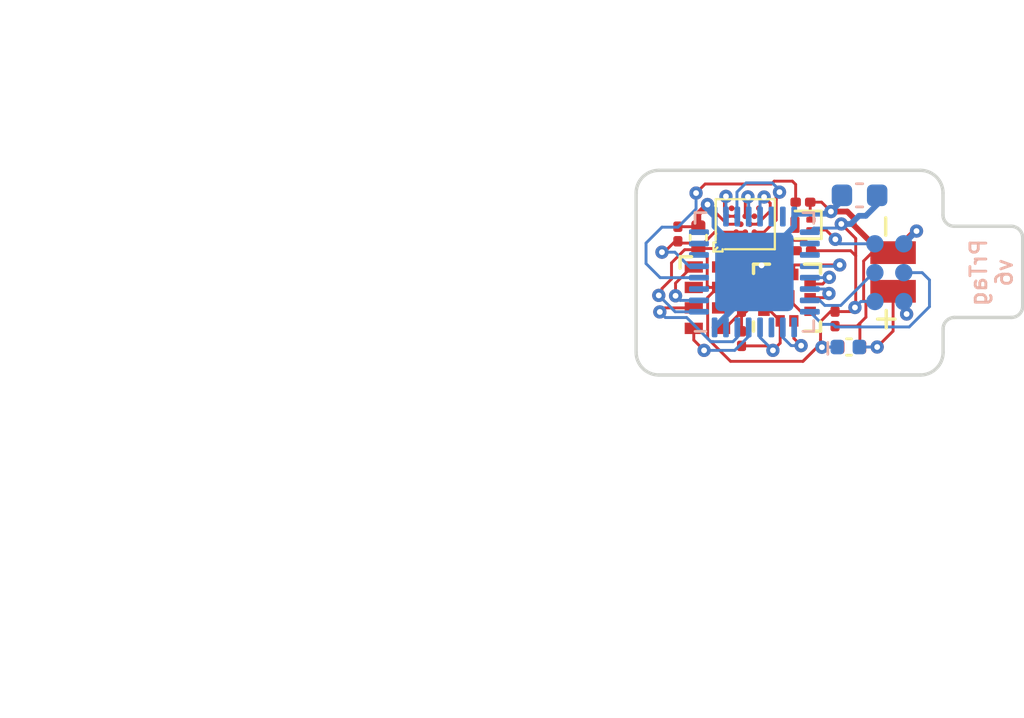
<source format=kicad_pcb>
(kicad_pcb (version 20240108) (generator "pcbnew") (generator_version "8.0")
  (layers (0 "F.Cu" signal) (31 "B.Cu" signal) (34 "B.Paste" user) (35 "F.Paste" user) (36 "B.SilkS" user "B.Silkscreen") (37 "F.SilkS" user "F.Silkscreen") (38 "B.Mask" user) (39 "F.Mask" user) (44 "Edge.Cuts" user))
  (net 0 "")
  (net 1 "GND")
  (net 2 "VBAT")
  (net 3 "SWDIO")
  (net 4 "SWCLK")
  (net 5 "Net-(Q501-C)")
  (net 6 "RST")
  (net 7 "/clkout")
  (net 8 "/SCL")
  (net 9 "/SDA")
  (net 10 "VIN")
  (net 11 "Net-(U501-VBACK)")
  (net 12 "/AT25_MISO")
  (net 13 "/AT25_nCS")
  (net 14 "/AT25_MOSI")
  (net 15 "/AT25_SCK")
  (net 16 "/LPS_CS")
  (net 17 "/LPS_PWR")
  (net 18 "/LPS_MISO")
  (net 19 "/LPS_MOSI")
  (net 20 "/LPS_SCK")
  (footprint "library:taghole1.1mm" (layer "F.Cu") (at 139.931876 111.650589)
    (property "Reference" "J303" (hide yes))
    (property "Value" "Conn_01x01" (hide yes))
    (pad "" np_thru_hole circle (at 0.615 -0.03) (size 1.1 1.1) (drill 1.1) (layers "F&B.Cu" "*.Mask"))
  )
  (footprint "bittag:MS621" (layer "F.Cu") (at 150.596876 108.370589 180)
    (property "Reference" "J401" (hide yes))
    (property "Value" "CONN_01X02" (hide yes))
    (fp_text user "+" (at 0.3 -2 180) (layer "F.SilkS"))
    (fp_text user "-" (at 0.4 2 -90) (layer "F.SilkS"))
    (pad "1" smd rect (at 0 -0.85 180) (size 2 1) (layers "F.Cu" "F.Mask") (net 2 "VBAT"))
    (pad "2" smd rect (at 0 0.85 180) (size 2 1) (layers "F.Cu" "F.Mask") (net 1 "GND"))
  )
  (footprint "Capacitor_SMD:C_0402_1005Metric" (layer "F.Cu") (at 142.031876 106.859589 90)
    (property "Reference" "C404" (hide yes))
    (property "Value" "22uf")
    (fp_line (start -0.107836 -0.36) (end 0.107836 -0.36) (stroke (width 0.12)) (layer "F.SilkS"))
    (fp_line (start -0.107836 0.36) (end 0.107836 0.36) (stroke (width 0.12)) (layer "F.SilkS"))
    (pad "1" smd roundrect (at -0.48 0 90) (size 0.56 0.62) (layers "F.Cu" "F.Paste" "F.Mask") (net 10 "VIN"))
    (pad "2" smd roundrect (at 0.48 0 90) (size 0.56 0.62) (layers "F.Cu" "F.Paste" "F.Mask") (net 1 "GND"))
  )
  (footprint "library:RV-8803-C7" (layer "F.Cu") (at 142.431876 109.500589)
    (property "Reference" "U501" (hide yes))
    (property "Value" "RV-3028-C7" (hide yes))
    (fp_line (start -1.2 -1.8) (end -1.2 -1.3) (stroke (width 0.15)) (layer "F.SilkS"))
    (fp_line (start -0.7 -1.8) (end -1.2 -1.8) (stroke (width 0.15)) (layer "F.SilkS"))
    (pad "1" smd rect (at -0.6 -1.35) (size 0.8 0.5) (layers "F.Cu" "F.Paste" "F.Mask") (net 7 "/clkout"))
    (pad "2" smd rect (at -0.6 -0.45) (size 0.8 0.5) (layers "F.Cu" "F.Paste" "F.Mask"))
    (pad "3" smd rect (at -0.6 0.45) (size 0.8 0.5) (layers "F.Cu" "F.Paste" "F.Mask") (net 8 "/SCL"))
    (pad "4" smd rect (at -0.6 1.35) (size 0.8 0.5) (layers "F.Cu" "F.Paste" "F.Mask") (net 9 "/SDA"))
    (pad "5" smd rect (at 0.6 1.35) (size 0.8 0.5) (layers "F.Cu" "F.Paste" "F.Mask") (net 1 "GND"))
    (pad "6" smd rect (at 0.6 0.45) (size 0.8 0.5) (layers "F.Cu" "F.Paste" "F.Mask") (net 11 "Net-(U501-VBACK)"))
    (pad "7" smd rect (at 0.6 -0.45) (size 0.8 0.5) (layers "F.Cu" "F.Paste" "F.Mask") (net 10 "VIN"))
    (pad "8" smd rect (at 0.6 -1.35) (size 0.8 0.5) (layers "F.Cu" "F.Paste" "F.Mask") (net 1 "GND"))
  )
  (footprint "Resistor_SMD:R_0201_0603Metric" (layer "F.Cu") (at 143.931876 109.800589 -90)
    (property "Reference" "R1" (hide yes))
    (property "Value" "10k")
    (pad "1" smd roundrect (at -0.32 0 270) (size 0.46 0.4) (layers "F.Cu" "F.Mask") (net 11 "Net-(U501-VBACK)"))
    (pad "2" smd roundrect (at 0.32 0 270) (size 0.46 0.4) (layers "F.Cu" "F.Mask") (net 1 "GND"))
  )
  (footprint "Capacitor_SMD:C_0201_0603Metric" (layer "F.Cu") (at 148.044276 110.432589 -90)
    (property "Reference" "C501" (hide yes))
    (property "Value" "0.1uf")
    (pad "1" smd roundrect (at -0.32 0 270) (size 0.46 0.4) (layers "F.Cu" "F.Mask") (net 10 "VIN"))
    (pad "2" smd roundrect (at 0.32 0 270) (size 0.46 0.4) (layers "F.Cu" "F.Mask") (net 1 "GND"))
  )
  (footprint "Capacitor_SMD:C_0201_0603Metric" (layer "F.Cu") (at 143.931876 108.400589 90)
    (property "Reference" "C503" (hide yes))
    (property "Value" "0.1uf")
    (pad "1" smd roundrect (at -0.32 0 90) (size 0.46 0.4) (layers "F.Cu" "F.Mask") (net 10 "VIN"))
    (pad "2" smd roundrect (at 0.32 0 90) (size 0.46 0.4) (layers "F.Cu" "F.Mask") (net 1 "GND"))
  )
  (footprint "library:adesto_wlcsp12" (layer "F.Cu") (at 144.096876 106.270589 90)
    (property "Reference" "U1" (hide yes))
    (property "Value" "at25ff321D-UUN" (hide yes))
    (fp_line (start -0.8 -1.4) (end -1.2 -1.4) (stroke (width 0.1)) (layer "F.SilkS"))
    (fp_line (start -0.8 -1.4) (end -0.8 -1.3) (stroke (width 0.1)) (layer "F.SilkS"))
    (fp_line (start -1.2 -1.4) (end -1.025 -1.225) (stroke (width 0.1)) (layer "F.SilkS"))
    (fp_line (start 1.1 -1.3) (end -0.7 -1.3) (stroke (width 0.1)) (layer "F.SilkS"))
    (fp_line (start -1.2 -1) (end -1.2 -1.4) (stroke (width 0.1)) (layer "F.SilkS"))
    (fp_line (start -1.2 -1) (end -1.1 -1) (stroke (width 0.1)) (layer "F.SilkS"))
    (fp_line (start 1.1 1.3) (end 1.1 -1.3) (stroke (width 0.1)) (layer "F.SilkS"))
    (fp_line (start -1.1 1.3) (end -1.1 -0.9) (stroke (width 0.1)) (layer "F.SilkS"))
    (fp_line (start -1.1 1.3) (end 1.1 1.3) (stroke (width 0.1)) (layer "F.SilkS"))
    (pad "A1" smd circle (at -0.7 -0.6 90) (size 0.25 0.25) (layers "F.Cu" "F.Paste" "F.Mask"))
    (pad "A5" smd circle (at 0.7 -0.6 90) (size 0.25 0.25) (layers "F.Cu" "F.Paste" "F.Mask"))
    (pad "B2" smd circle (at -0.35 -0.4 90) (size 0.25 0.25) (layers "F.Cu" "F.Paste" "F.Mask") (net 10 "VIN"))
    (pad "B4" smd circle (at 0.35 -0.4 90) (size 0.25 0.25) (layers "F.Cu" "F.Paste" "F.Mask") (net 13 "/AT25_nCS"))
    (pad "C3" smd circle (at 0 -0.2 90) (size 0.25 0.25) (layers "F.Cu" "F.Paste" "F.Mask") (net 1 "GND"))
    (pad "D2" smd circle (at -0.35 0 90) (size 0.25 0.25) (layers "F.Cu" "F.Paste" "F.Mask") (net 10 "VIN"))
    (pad "D4" smd circle (at 0.35 0 90) (size 0.25 0.25) (layers "F.Cu" "F.Paste" "F.Mask") (net 12 "/AT25_MISO"))
    (pad "E3" smd circle (at 0 0.2 90) (size 0.25 0.25) (layers "F.Cu" "F.Paste" "F.Mask") (net 14 "/AT25_MOSI"))
    (pad "F2" smd circle (at -0.35 0.4 90) (size 0.25 0.25) (layers "F.Cu" "F.Paste" "F.Mask") (net 15 "/AT25_SCK"))
    (pad "F4" smd circle (at 0.35 0.4 90) (size 0.25 0.25) (layers "F.Cu" "F.Paste" "F.Mask"))
    (pad "G1" smd circle (at -0.7 0.6 90) (size 0.25 0.25) (layers "F.Cu" "F.Paste" "F.Mask"))
    (pad "G5" smd circle (at 0.7 0.6 90) (size 0.25 0.25) (layers "F.Cu" "F.Paste" "F.Mask"))
  )
  (footprint "Capacitor_SMD:C_0201_0603Metric" (layer "F.Cu") (at 146.631876 105.300589)
    (property "Reference" "C502" (hide yes))
    (property "Value" "0.1uf")
    (pad "1" smd roundrect (at -0.32 0) (size 0.46 0.4) (layers "F.Cu" "F.Mask") (net 5 "Net-(Q501-C)"))
    (pad "2" smd roundrect (at 0.32 0) (size 0.46 0.4) (layers "F.Cu" "F.Mask") (net 1 "GND"))
  )
  (footprint "library:taghole1.1mm" (layer "F.Cu") (at 139.931876 105.150589)
    (property "Reference" "J304" (hide yes))
    (property "Value" "Conn_01x01" (hide yes))
    (pad "" np_thru_hole circle (at 0.615 -0.03) (size 1.1 1.1) (drill 1.1) (layers "F&B.Cu" "*.Mask"))
  )
  (footprint "library:taghole1.1mm" (layer "F.Cu") (at 150.901876 111.650589)
    (property "Reference" "J301" (hide yes))
    (property "Value" "Conn_01x01" (hide yes))
    (pad "" np_thru_hole circle (at 0.645 -0.03) (size 1.1 1.1) (drill 1.1) (layers "F&B.Cu" "*.Mask"))
  )
  (footprint "library:taghole1.1mm" (layer "F.Cu") (at 150.901876 105.150589)
    (property "Reference" "J302" (hide yes))
    (property "Value" "Conn_01x01" (hide yes))
    (pad "" np_thru_hole circle (at 0.645 -0.03) (size 1.1 1.1) (drill 1.1) (layers "F&B.Cu" "*.Mask"))
  )
  (footprint "Package_TO_SOT_SMD:SOT-883" (layer "F.Cu") (at 146.631876 106.300589 180)
    (property "Reference" "Q501" (hide yes))
    (property "Value" "Q_NPN_BEC")
    (fp_line (start 0.35 0.61) (end -0.81 0.61) (stroke (width 0.12)) (layer "F.SilkS"))
    (fp_line (start -0.81 0.61) (end -0.81 -0.61) (stroke (width 0.12)) (layer "F.SilkS"))
    (fp_line (start -0.81 -0.61) (end 0.35 -0.61) (stroke (width 0.12)) (layer "F.SilkS"))
    (pad "1" smd roundrect (at -0.35 -0.225 180) (size 0.4 0.25) (layers "F.Cu" "F.Paste" "F.Mask") (roundrect_rratio 0.2) (net 6 "RST"))
    (pad "2" smd roundrect (at -0.35 0.225 180) (size 0.4 0.25) (layers "F.Cu" "F.Paste" "F.Mask") (roundrect_rratio 0.2) (net 1 "GND"))
    (pad "3" smd roundrect (at 0.35 0 180) (size 0.4 0.7) (layers "F.Cu" "F.Paste" "F.Mask") (roundrect_rratio 0.125) (net 5 "Net-(Q501-C)"))
  )
  (footprint "Capacitor_SMD:C_0201_0603Metric" (layer "F.Cu") (at 143.931876 111.300589 90)
    (property "Reference" "C1" (hide yes))
    (property "Value" "0.1uf")
    (pad "1" smd roundrect (at -0.32 0 90) (size 0.46 0.4) (layers "F.Cu" "F.Mask") (net 17 "/LPS_PWR"))
    (pad "2" smd roundrect (at 0.32 0 90) (size 0.46 0.4) (layers "F.Cu" "F.Mask") (net 1 "GND"))
  )
  (footprint "lib_fp:LPS27HHWTR" (layer "F.Cu") (at 145.931876 109.500589 90)
    (property "Reference" "U2" (hide yes))
    (property "Value" "LPS27HHWTR" (hide yes))
    (fp_line (start 1.4732 -1.4732) (end 1.066686 -1.4732) (stroke (width 0.1524)) (layer "F.SilkS"))
    (fp_line (start -1.066686 -1.4732) (end -1.4732 -1.4732) (stroke (width 0.1524)) (layer "F.SilkS"))
    (fp_line (start 1.4732 -0.770467) (end 1.4732 -1.4732) (stroke (width 0.1524)) (layer "F.SilkS"))
    (fp_line (start -1.4732 0.770467) (end -1.4732 1.4732) (stroke (width 0.1524)) (layer "F.SilkS"))
    (fp_line (start 1.4732 1.4732) (end 1.4732 0.770467) (stroke (width 0.1524)) (layer "F.SilkS"))
    (fp_line (start 1.066686 1.4732) (end 1.4732 1.4732) (stroke (width 0.1524)) (layer "F.SilkS"))
    (fp_line (start -1.4732 1.4732) (end -1.066686 1.4732) (stroke (width 0.1524)) (layer "F.SilkS"))
    (pad "1" smd rect (at -1.020999 -0.299999 180) (size 0.4064 0.508) (layers "F.Cu" "F.Paste" "F.Mask") (net 17 "/LPS_PWR"))
    (pad "2" smd rect (at -1.020999 0.299999 180) (size 0.4064 0.508) (layers "F.Cu" "F.Paste" "F.Mask") (net 20 "/LPS_SCK"))
    (pad "3" smd rect (at -0.599999 1.016 90) (size 0.4064 0.508) (layers "F.Cu" "F.Paste" "F.Mask") (net 1 "GND"))
    (pad "4" smd rect (at 0 1.016 90) (size 0.4064 0.508) (layers "F.Cu" "F.Paste" "F.Mask") (net 19 "/LPS_MOSI"))
    (pad "5" smd rect (at 0.599999 1.016 90) (size 0.4064 0.508) (layers "F.Cu" "F.Paste" "F.Mask") (net 18 "/LPS_MISO"))
    (pad "6" smd rect (at 1.020999 0.299999 180) (size 0.4064 0.508) (layers "F.Cu" "F.Paste" "F.Mask") (net 16 "/LPS_CS"))
    (pad "7" smd rect (at 1.020999 -0.299999 180) (size 0.4064 0.508) (layers "F.Cu" "F.Paste" "F.Mask"))
    (pad "8" smd rect (at 0.599999 -1.016 90) (size 0.4064 0.508) (layers "F.Cu" "F.Paste" "F.Mask") (net 1 "GND"))
    (pad "9" smd rect (at 0 -1.016 90) (size 0.4064 0.508) (layers "F.Cu" "F.Paste" "F.Mask") (net 1 "GND"))
    (pad "10" smd rect (at -0.599999 -1.016 90) (size 0.4064 0.508) (layers "F.Cu" "F.Paste" "F.Mask") (net 17 "/LPS_PWR"))
    (pad "11" smd rect (at 0 0 90) (size 0.6604 0.6604) (layers "F.Cu" "F.Paste" "F.Mask") (net 1 "GND"))
  )
  (footprint "Capacitor_SMD:C_0201_0603Metric" (layer "F.Cu") (at 141.131876 106.700589 90)
    (property "Reference" "C2" (hide yes))
    (property "Value" "0.1uf")
    (pad "1" smd roundrect (at -0.32 0 90) (size 0.46 0.4) (layers "F.Cu" "F.Mask") (net 10 "VIN"))
    (pad "2" smd roundrect (at 0.32 0 90) (size 0.46 0.4) (layers "F.Cu" "F.Mask") (net 1 "GND"))
  )
  (footprint "Capacitor_SMD:C_0201_0603Metric" (layer "F.Cu") (at 146.672676 107.435389 180)
    (property "Reference" "C101" (hide yes))
    (property "Value" "1uf")
    (pad "1" smd roundrect (at -0.32 0 180) (size 0.46 0.4) (layers "F.Cu" "F.Mask") (net 10 "VIN"))
    (pad "2" smd roundrect (at 0.32 0 180) (size 0.46 0.4) (layers "F.Cu" "F.Mask") (net 1 "GND"))
  )
  (footprint "Capacitor_SMD:C_0402_1005Metric" (layer "F.Cu") (at 148.656876 111.670589)
    (property "Reference" "C3" (hide yes))
    (property "Value" "22uf")
    (fp_line (start -0.107836 -0.36) (end 0.107836 -0.36) (stroke (width 0.12)) (layer "F.SilkS"))
    (fp_line (start -0.107836 0.36) (end 0.107836 0.36) (stroke (width 0.12)) (layer "F.SilkS"))
    (pad "1" smd roundrect (at -0.48 0) (size 0.56 0.62) (layers "F.Cu" "F.Paste" "F.Mask") (net 10 "VIN"))
    (pad "2" smd roundrect (at 0.48 0) (size 0.56 0.62) (layers "F.Cu" "F.Paste" "F.Mask") (net 1 "GND"))
  )
  (footprint "bittag:tagpoints6" (layer "B.Cu") (at 150.431876 108.400589 90)
    (property "Reference" "J201" (hide yes))
    (property "Value" "CONN_02X04" (hide yes))
    (pad "1" smd circle (at -1.27 -0.635 90) (size 0.762 0.762) (layers "B.Cu" "B.Mask") (net 10 "VIN"))
    (pad "2" smd circle (at -1.27 0.635 90) (size 0.762 0.762) (layers "B.Cu" "B.Mask") (net 2 "VBAT"))
    (pad "3" smd circle (at 0 -0.635 90) (size 0.762 0.762) (layers "B.Cu" "B.Mask") (net 3 "SWDIO"))
    (pad "4" smd circle (at 0 0.635 90) (size 0.762 0.762) (layers "B.Cu" "B.Mask") (net 4 "SWCLK"))
    (pad "5" smd circle (at 1.27 -0.635 90) (size 0.762 0.762) (layers "B.Cu" "B.Mask") (net 6 "RST"))
    (pad "6" smd circle (at 1.27 0.635 90) (size 0.762 0.762) (layers "B.Cu" "B.Mask") (net 1 "GND"))
  )
  (footprint "Diode_SMD:D_0402_1005Metric" (layer "B.Cu") (at 148.626876 111.670589)
    (property "Reference" "D401" (hide yes))
    (property "Value" "D")
    (fp_line (start -0.9 0.32) (end -0.9 -0.2) (stroke (width 0.12)) (layer "B.SilkS"))
    (pad "1" smd roundrect (at -0.485 0) (size 0.59 0.64) (layers "B.Cu" "B.Paste" "B.Mask") (net 10 "VIN"))
    (pad "2" smd roundrect (at 0.485 0) (size 0.59 0.64) (layers "B.Cu" "B.Paste" "B.Mask") (net 2 "VBAT"))
  )
  (footprint "Package_DFN_QFN:QFN-32-1EP_5x5mm_P0.5mm_EP3.45x3.45mm" (layer "B.Cu") (at 144.496876 108.370589)
    (property "Reference" "U302" (hide yes))
    (property "Value" "stm32l431kc")
    (fp_line (start -2.61 -2.61) (end -2.61 -2.135) (stroke (width 0.12)) (layer "B.SilkS"))
    (fp_line (start -2.135 -2.61) (end -2.61 -2.61) (stroke (width 0.12)) (layer "B.SilkS"))
    (fp_line (start -2.135 2.61) (end -2.61 2.61) (stroke (width 0.12)) (layer "B.SilkS"))
    (fp_line (start 2.135 -2.61) (end 2.61 -2.61) (stroke (width 0.12)) (layer "B.SilkS"))
    (fp_line (start 2.135 2.61) (end 2.61 2.61) (stroke (width 0.12)) (layer "B.SilkS"))
    (fp_line (start 2.61 -2.61) (end 2.61 -2.135) (stroke (width 0.12)) (layer "B.SilkS"))
    (fp_line (start 2.61 2.61) (end 2.61 2.135) (stroke (width 0.12)) (layer "B.SilkS"))
    (pad "1" smd roundrect (at -2.4375 1.75) (size 0.875 0.25) (layers "B.Cu" "B.Paste" "B.Mask") (net 10 "VIN"))
    (pad "2" smd roundrect (at -2.4375 1.25) (size 0.875 0.25) (layers "B.Cu" "B.Paste" "B.Mask") (net 7 "/clkout"))
    (pad "3" smd roundrect (at -2.4375 0.75) (size 0.875 0.25) (layers "B.Cu" "B.Paste" "B.Mask"))
    (pad "4" smd roundrect (at -2.4375 0.25) (size 0.875 0.25) (layers "B.Cu" "B.Paste" "B.Mask") (net 5 "Net-(Q501-C)"))
    (pad "5" smd roundrect (at -2.4375 -0.25) (size 0.875 0.25) (layers "B.Cu" "B.Paste" "B.Mask") (net 10 "VIN"))
    (pad "6" smd roundrect (at -2.4375 -0.75) (size 0.875 0.25) (layers "B.Cu" "B.Paste" "B.Mask"))
    (pad "7" smd roundrect (at -2.4375 -1.25) (size 0.875 0.25) (layers "B.Cu" "B.Paste" "B.Mask"))
    (pad "8" smd roundrect (at -2.4375 -1.75) (size 0.875 0.25) (layers "B.Cu" "B.Paste" "B.Mask"))
    (pad "9" smd roundrect (at -1.75 -2.4375) (size 0.25 0.875) (layers "B.Cu" "B.Paste" "B.Mask") (net 1 "GND"))
    (pad "10" smd roundrect (at -1.25 -2.4375) (size 0.25 0.875) (layers "B.Cu" "B.Paste" "B.Mask") (net 13 "/AT25_nCS"))
    (pad "11" smd roundrect (at -0.75 -2.4375) (size 0.25 0.875) (layers "B.Cu" "B.Paste" "B.Mask") (net 15 "/AT25_SCK"))
    (pad "12" smd roundrect (at -0.25 -2.4375) (size 0.25 0.875) (layers "B.Cu" "B.Paste" "B.Mask") (net 12 "/AT25_MISO"))
    (pad "13" smd roundrect (at 0.25 -2.4375) (size 0.25 0.875) (layers "B.Cu" "B.Paste" "B.Mask") (net 14 "/AT25_MOSI"))
    (pad "14" smd roundrect (at 0.75 -2.4375) (size 0.25 0.875) (layers "B.Cu" "B.Paste" "B.Mask"))
    (pad "15" smd roundrect (at 1.25 -2.4375) (size 0.25 0.875) (layers "B.Cu" "B.Paste" "B.Mask"))
    (pad "16" smd roundrect (at 1.75 -2.4375) (size 0.25 0.875) (layers "B.Cu" "B.Paste" "B.Mask") (net 1 "GND"))
    (pad "17" smd roundrect (at 2.4375 -1.75) (size 0.875 0.25) (layers "B.Cu" "B.Paste" "B.Mask") (net 10 "VIN"))
    (pad "18" smd roundrect (at 2.4375 -1.25) (size 0.875 0.25) (layers "B.Cu" "B.Paste" "B.Mask"))
    (pad "19" smd roundrect (at 2.4375 -0.75) (size 0.875 0.25) (layers "B.Cu" "B.Paste" "B.Mask"))
    (pad "20" smd roundrect (at 2.4375 -0.25) (size 0.875 0.25) (layers "B.Cu" "B.Paste" "B.Mask") (net 16 "/LPS_CS"))
    (pad "21" smd roundrect (at 2.4375 0.25) (size 0.875 0.25) (layers "B.Cu" "B.Paste" "B.Mask") (net 18 "/LPS_MISO"))
    (pad "22" smd roundrect (at 2.4375 0.75) (size 0.875 0.25) (layers "B.Cu" "B.Paste" "B.Mask") (net 19 "/LPS_MOSI"))
    (pad "23" smd roundrect (at 2.4375 1.25) (size 0.875 0.25) (layers "B.Cu" "B.Paste" "B.Mask") (net 3 "SWDIO"))
    (pad "24" smd roundrect (at 2.4375 1.75) (size 0.875 0.25) (layers "B.Cu" "B.Paste" "B.Mask") (net 4 "SWCLK"))
    (pad "25" smd roundrect (at 1.75 2.4375) (size 0.25 0.875) (layers "B.Cu" "B.Paste" "B.Mask"))
    (pad "26" smd roundrect (at 1.25 2.4375) (size 0.25 0.875) (layers "B.Cu" "B.Paste" "B.Mask") (net 20 "/LPS_SCK"))
    (pad "27" smd roundrect (at 0.75 2.4375) (size 0.25 0.875) (layers "B.Cu" "B.Paste" "B.Mask"))
    (pad "28" smd roundrect (at 0.25 2.4375) (size 0.25 0.875) (layers "B.Cu" "B.Paste" "B.Mask") (net 17 "/LPS_PWR"))
    (pad "29" smd roundrect (at -0.25 2.4375) (size 0.25 0.875) (layers "B.Cu" "B.Paste" "B.Mask") (net 9 "/SDA"))
    (pad "30" smd roundrect (at -0.75 2.4375) (size 0.25 0.875) (layers "B.Cu" "B.Paste" "B.Mask") (net 8 "/SCL"))
    (pad "31" smd roundrect (at -1.25 2.4375) (size 0.25 0.875) (layers "B.Cu" "B.Paste" "B.Mask") (net 1 "GND"))
    (pad "32" smd roundrect (at -1.75 2.4375) (size 0.25 0.875) (layers "B.Cu" "B.Paste" "B.Mask") (net 1 "GND"))
    (pad "33" smd roundrect (at 0 0) (size 3.45 3.45) (layers "B.Cu" "B.Mask") (roundrect_rratio 0.07246376812) (net 1 "GND"))
  )
  (footprint "Capacitor_SMD:C_0603_1608Metric" (layer "B.Cu") (at 149.121876 105.000589 180)
    (property "Reference" "C4" (hide yes))
    (property "Value" "47uf")
    (fp_line (start 0.14058 0.51) (end -0.14058 0.51) (stroke (width 0.12)) (layer "B.SilkS"))
    (fp_line (start 0.14058 -0.51) (end -0.14058 -0.51) (stroke (width 0.12)) (layer "B.SilkS"))
    (pad "1" smd roundrect (at -0.775 0 180) (size 0.9 0.95) (layers "B.Cu" "B.Paste" "B.Mask") (net 10 "VIN"))
    (pad "2" smd roundrect (at 0.775 0 180) (size 0.9 0.95) (layers "B.Cu" "B.Paste" "B.Mask") (net 1 "GND"))
  )
  (gr_line (start 139.296876 111.900589) (end 139.296876 104.900589) (stroke (width 0.15)) (layer "Edge.Cuts"))
  (gr_line (start 152.791876 104.900589) (end 152.791876 105.870589) (stroke (width 0.15)) (layer "Edge.Cuts"))
  (gr_line (start 156.296876 106.870589) (end 156.296876 109.870589) (stroke (width 0.15)) (layer "Edge.Cuts"))
  (gr_line (start 152.796876 111.900589) (end 152.796876 110.870589) (stroke (width 0.15)) (layer "Edge.Cuts"))
  (gr_arc (start 140.296876 112.900589) (mid 139.589769 112.607696) (end 139.296876 111.900589) (stroke (width 0.15)) (layer "Edge.Cuts"))
  (gr_arc (start 151.791876 103.900589) (mid 152.498983 104.193482) (end 152.791876 104.900589) (stroke (width 0.15)) (layer "Edge.Cuts"))
  (gr_line (start 140.296876 103.900589) (end 151.791876 103.900589) (stroke (width 0.15)) (layer "Edge.Cuts"))
  (gr_arc (start 156.296876 109.870589) (mid 156.150429 110.224142) (end 155.796876 110.370589) (stroke (width 0.15)) (layer "Edge.Cuts"))
  (gr_arc (start 152.796876 111.900589) (mid 152.503983 112.607696) (end 151.796876 112.900589) (stroke (width 0.15)) (layer "Edge.Cuts"))
  (gr_arc (start 153.291876 106.360589) (mid 152.940394 106.219142) (end 152.791876 105.870589) (stroke (width 0.15)) (layer "Edge.Cuts"))
  (gr_line (start 151.796876 112.900589) (end 140.296876 112.900589) (stroke (width 0.15)) (layer "Edge.Cuts"))
  (gr_arc (start 155.791876 106.360589) (mid 156.15 106.511) (end 156.296876 106.870589) (stroke (width 0.15)) (layer "Edge.Cuts"))
  (gr_line (start 153.291876 106.360589) (end 155.791876 106.360589) (stroke (width 0.15)) (layer "Edge.Cuts"))
  (gr_arc (start 152.796876 110.870589) (mid 152.943323 110.517036) (end 153.296876 110.370589) (stroke (width 0.15)) (layer "Edge.Cuts"))
  (gr_line (start 153.296876 110.370589) (end 155.796876 110.370589) (stroke (width 0.15)) (layer "Edge.Cuts"))
  (gr_arc (start 139.296876 104.900589) (mid 139.589769 104.193482) (end 140.296876 103.900589) (stroke (width 0.15)) (layer "Edge.Cuts"))
  (gr_text "PrTag\nv6" (at 154.921876 108.400589 90) (layer "B.SilkS") (effects (font (size 0.7 0.7) (thickness 0.125)) (justify mirror)))
  (segment (start 147.450616 105.300589) (end 147.863213 105.713186) (width 0.127) (layer "F.Cu") (net 1))
  (segment (start 150.796876 107.520589) (end 150.212876 107.520589) (width 0.254) (layer "F.Cu") (net 1))
  (segment (start 146.951876 105.300589) (end 146.951876 106.045589) (width 0.127) (layer "F.Cu") (net 1))
  (segment (start 149.123876 110.637589) (end 149.401867 110.359598) (width 0.127) (layer "F.Cu") (net 1))
  (segment (start 143.301876 106.270589) (end 142.726878 105.695591) (width 0.127) (layer "F.Cu") (net 1))
  (segment (start 143.931876 108.080589) (end 144.811876 108.080589) (width 0.127) (layer "F.Cu") (net 1))
  (segment (start 146.951876 105.300589) (end 147.450616 105.300589) (width 0.127) (layer "F.Cu") (net 1))
  (segment (start 146.531875 110.100588) (end 145.931876 109.500589) (width 0.127) (layer "F.Cu") (net 1))
  (segment (start 148.580305 105.713186) (end 147.863213 105.713186) (width 0.254) (layer "F.Cu") (net 1))
  (segment (start 149.136876 110.650589) (end 149.123876 110.637589) (width 0.127) (layer "F.Cu") (net 1))
  (segment (start 150.746876 107.370589) (end 150.596876 107.520589) (width 0.254) (layer "F.Cu") (net 1))
  (segment (start 149.401867 110.359598) (end 149.401867 109.70103) (width 0.127) (layer "F.Cu") (net 1))
  (segment (start 146.947876 110.100588) (end 146.531875 110.100588) (width 0.127) (layer "F.Cu") (net 1))
  (segment (start 144.915876 109.500589) (end 144.751876 109.500589) (width 0.127) (layer "F.Cu") (net 1))
  (segment (start 149.136876 111.670589) (end 149.136876 110.650589) (width 0.127) (layer "F.Cu") (net 1))
  (segment (start 144.915876 108.90059) (end 144.915876 109.500589) (width 0.127) (layer "F.Cu") (net 1))
  (segment (start 144.915876 109.500589) (end 145.931876 109.500589) (width 0.127) (layer "F.Cu") (net 1))
  (segment (start 149.301876 109.601039) (end 149.301876 107.888589) (width 0.127) (layer "F.Cu") (net 1))
  (segment (start 141.131876 106.380589) (end 142.030876 106.380589) (width 0.127) (layer "F.Cu") (net 1))
  (segment (start 143.896876 106.270589) (end 143.701876 106.270589) (width 0.13) (layer "F.Cu") (net 1))
  (segment (start 149.401867 109.70103) (end 149.301876 109.601039) (width 0.127) (layer "F.Cu") (net 1))
  (segment (start 151.546876 106.570589) (end 150.596876 107.520589) (width 0.254) (layer "F.Cu") (net 1))
  (segment (start 148.864579 106.307291) (end 148.864579 105.99746) (width 0.254) (layer "F.Cu") (net 1))
  (segment (start 149.008876 110.752589) (end 149.123876 110.637589) (width 0.127) (layer "F.Cu") (net 1))
  (segment (start 143.201876 110.850589) (end 143.031876 110.850589) (width 0.127) (layer "F.Cu") (net 1))
  (segment (start 142.031876 105.806395) (end 142.434779 105.403492) (width 0.254) (layer "F.Cu") (net 1))
  (segment (start 144.131876 110.120589) (end 143.931876 110.120589) (width 0.127) (layer "F.Cu") (net 1))
  (segment (start 142.726878 105.695591) (end 142.434779 105.403492) (width 0.127) (layer "F.Cu") (net 1))
  (segment (start 151.626876 106.570589) (end 151.546876 106.570589) (width 0.254) (layer "F.Cu") (net 1))
  (segment (start 144.811876 108.080589) (end 144.811876 108.79659) (width 0.127) (layer "F.Cu") (net 1))
  (segment (start 144.751876 109.500589) (end 144.131876 110.120589) (width 0.127) (layer "F.Cu") (net 1))
  (segment (start 143.031876 108.150589) (end 143.901876 108.150589) (width 0.127) (layer "F.Cu") (net 1))
  (segment (start 144.811876 108.080589) (end 145.224967 108.080589) (width 0.127) (layer "F.Cu") (net 1))
  (segment (start 148.864579 105.99746) (end 148.580305 105.713186) (width 0.254) (layer "F.Cu") (net 1))
  (segment (start 143.031876 110.850589) (end 143.16103 110.850589) (width 0.127) (layer "F.Cu") (net 1))
  (segment (start 150.077877 107.520589) (end 148.864579 106.307291) (width 0.254) (layer "F.Cu") (net 1))
  (segment (start 146.951876 106.045589) (end 146.981876 106.075589) (width 0.127) (layer "F.Cu") (net 1))
  (segment (start 149.669876 107.520589) (end 150.796876 107.520589) (width 0.127) (layer "F.Cu") (net 1))
  (segment (start 145.224967 108.080589) (end 145.870167 107.435389) (width 0.127) (layer "F.Cu") (net 1))
  (segment (start 142.031876 106.379589) (end 142.031876 105.806395) (width 0.254) (layer "F.Cu") (net 1))
  (segment (start 143.701876 106.270589) (end 143.301876 106.270589) (width 0.127) (layer "F.Cu") (net 1))
  (segment (start 148.044276 110.752589) (end 149.008876 110.752589) (width 0.127) (layer "F.Cu") (net 1))
  (segment (start 142.030876 106.380589) (end 142.031876 106.379589) (width 0.127) (layer "F.Cu") (net 1))
  (segment (start 150.796876 107.520589) (end 150.077877 107.520589) (width 0.254) (layer "F.Cu") (net 1))
  (segment (start 143.031876 108.150589) (end 143.861876 108.150589) (width 0.127) (layer "F.Cu") (net 1))
  (segment (start 143.931876 110.120589) (end 143.201876 110.850589) (width 0.127) (layer "F.Cu") (net 1))
  (segment (start 149.301876 107.888589) (end 149.669876 107.520589) (width 0.127) (layer "F.Cu") (net 1))
  (segment (start 144.811876 108.79659) (end 144.915876 108.90059) (width 0.127) (layer "F.Cu") (net 1))
  (segment (start 145.870167 107.435389) (end 146.352676 107.435389) (width 0.127) (layer "F.Cu") (net 1))
  (segment (start 149.912876 107.520589) (end 150.796876 107.520589) (width 0.127) (layer "F.Cu") (net 1))
  (segment (start 143.931876 110.980589) (end 143.931876 110.120589) (width 0.127) (layer "F.Cu") (net 1))
  (via (at 151.626876 106.570589) (size 0.5842) (drill 0.254) (layers "F.Cu" "B.Cu") (net 1))
  (via (at 142.434779 105.403492) (size 0.5842) (drill 0.254) (layers "F.Cu" "B.Cu") (net 1))
  (via (at 144.811876 108.080589) (size 0.5842) (drill 0.254) (layers "F.Cu" "B.Cu") (net 1))
  (via (at 147.863213 105.713186) (size 0.5842) (drill 0.254) (layers "F.Cu" "B.Cu") (net 1))
  (segment (start 144.746876 108.120589) (end 144.496876 108.370589) (width 0.13) (layer "B.Cu") (net 1))
  (segment (start 143.246876 107.120589) (end 144.496876 108.370589) (width 0.127) (layer "B.Cu") (net 1))
  (segment (start 146.246876 105.933089) (end 146.371876 105.808089) (width 0.254) (layer "B.Cu") (net 1))
  (segment (start 146.371876 105.808089) (end 147.91133 105.808089) (width 0.254) (layer "B.Cu") (net 1))
  (segment (start 145.246876 107.620589) (end 144.496876 108.370589) (width 0.127) (layer "B.Cu") (net 1))
  (segment (start 142.746876 105.933089) (end 142.434779 105.620992) (width 0.254) (layer "B.Cu") (net 1))
  (segment (start 142.434779 105.620992) (end 142.434779 105.403492) (width 0.254) (layer "B.Cu") (net 1))
  (segment (start 142.746876 106.370589) (end 144.496876 108.120589) (width 0.254) (layer "B.Cu") (net 1))
  (segment (start 143.246876 109.620589) (end 144.496876 108.370589) (width 0.13) (layer "B.Cu") (net 1))
  (segment (start 146.246876 105.933089) (end 146.246876 106.370589) (width 0.254) (layer "B.Cu") (net 1))
  (segment (start 147.948279 105.713186) (end 147.863213 105.713186) (width 0.254) (layer "B.Cu") (net 1))
  (segment (start 146.246876 106.370589) (end 144.496876 108.120589) (width 0.254) (layer "B.Cu") (net 1))
  (segment (start 148.346876 105.000589) (end 148.346876 105.229523) (width 0.254) (layer "B.Cu") (net 1))
  (segment (start 148.346876 105.229523) (end 147.863213 105.713186) (width 0.254) (layer "B.Cu") (net 1))
  (segment (start 144.796876 108.370589) (end 144.896876 108.270589) (width 0.127) (layer "B.Cu") (net 1))
  (segment (start 144.496876 108.370589) (end 144.796876 108.370589) (width 0.127) (layer "B.Cu") (net 1))
  (segment (start 143.746876 107.620589) (end 144.496876 108.370589) (width 0.127) (layer "B.Cu") (net 1))
  (segment (start 142.746876 105.933089) (end 142.746876 106.370589) (width 0.254) (layer "B.Cu") (net 1))
  (segment (start 143.246876 110.808089) (end 143.246876 109.620589) (width 0.13) (layer "B.Cu") (net 1))
  (segment (start 151.066876 107.130589) (end 151.626876 106.570589) (width 0.254) (layer "B.Cu") (net 1))
  (segment (start 142.746876 110.808089) (end 144.496876 109.058089) (width 0.254) (layer "B.Cu") (net 1))
  (segment (start 150.596876 110.970589) (end 150.596876 109.220589) (width 0.127) (layer "F.Cu") (net 2))
  (segment (start 150.646876 109.270589) (end 150.596876 109.220589) (width 0.254) (layer "F.Cu") (net 2))
  (segment (start 150.796876 109.220589) (end 150.611876 109.220589) (width 0.254) (layer "F.Cu") (net 2))
  (segment (start 151.191876 110.220589) (end 151.191876 109.615589) (width 0.127) (layer "F.Cu") (net 2))
  (segment (start 149.896876 111.670589) (end 150.596876 110.970589) (width 0.127) (layer "F.Cu") (net 2))
  (segment (start 151.191876 109.615589) (end 150.796876 109.220589) (width 0.127) (layer "F.Cu") (net 2))
  (via (at 149.896876 111.670589) (size 0.5842) (drill 0.254) (layers "F.Cu" "B.Cu") (net 2))
  (via (at 151.191876 110.220589) (size 0.5842) (drill 0.254) (layers "F.Cu" "B.Cu") (net 2))
  (segment (start 149.111876 111.670589) (end 149.896876 111.670589) (width 0.127) (layer "B.Cu") (net 2))
  (segment (start 151.066876 109.670589) (end 151.066876 110.095589) (width 0.127) (layer "B.Cu") (net 2))
  (segment (start 151.066876 110.095589) (end 151.191876 110.220589) (width 0.127) (layer "B.Cu") (net 2))
  (segment (start 147.593477 109.84219) (end 147.371876 109.620589) (width 0.127) (layer "B.Cu") (net 3))
  (segment (start 147.371876 109.620589) (end 146.934376 109.620589) (width 0.127) (layer "B.Cu") (net 3))
  (segment (start 149.737856 108.400589) (end 148.296255 109.84219) (width 0.127) (layer "B.Cu") (net 3))
  (segment (start 149.796876 108.400589) (end 149.737856 108.400589) (width 0.127) (layer "B.Cu") (net 3))
  (segment (start 148.296255 109.84219) (end 147.593477 109.84219) (width 0.127) (layer "B.Cu") (net 3))
  (segment (start 151.876876 108.400589) (end 152.196876 108.720589) (width 0.127) (layer "B.Cu") (net 4))
  (segment (start 151.066876 108.400589) (end 151.876876 108.400589) (width 0.127) (layer "B.Cu") (net 4))
  (segment (start 147.951668 110.674339) (end 147.488126 110.674339) (width 0.127) (layer "B.Cu") (net 4))
  (segment (start 151.307397 110.787568) (end 148.064897 110.787568) (width 0.127) (layer "B.Cu") (net 4))
  (segment (start 152.196876 108.720589) (end 152.196876 109.898089) (width 0.127) (layer "B.Cu") (net 4))
  (segment (start 147.488126 110.674339) (end 146.934376 110.120589) (width 0.127) (layer "B.Cu") (net 4))
  (segment (start 152.196876 109.898089) (end 151.307397 110.787568) (width 0.127) (layer "B.Cu") (net 4))
  (segment (start 148.064897 110.787568) (end 147.951668 110.674339) (width 0.127) (layer "B.Cu") (net 4))
  (segment (start 146.311876 105.300589) (end 146.311876 106.270589) (width 0.127) (layer "F.Cu") (net 5))
  (segment (start 146.311876 105.300589) (end 146.311876 104.520589) (width 0.127) (layer "F.Cu") (net 5))
  (segment (start 146.311876 106.270589) (end 146.281876 106.300589) (width 0.127) (layer "F.Cu") (net 5))
  (segment (start 142.331876 104.500589) (end 141.931876 104.900589) (width 0.127) (layer "F.Cu") (net 5))
  (segment (start 145.370227 104.376988) (end 145.246626 104.500589) (width 0.127) (layer "F.Cu") (net 5))
  (segment (start 146.168275 104.376988) (end 145.370227 104.376988) (width 0.127) (layer "F.Cu") (net 5))
  (segment (start 146.311876 104.520589) (end 146.168275 104.376988) (width 0.127) (layer "F.Cu") (net 5))
  (segment (start 145.246626 104.500589) (end 142.331876 104.500589) (width 0.127) (layer "F.Cu") (net 5))
  (via (at 141.931876 104.900589) (size 0.5842) (drill 0.254) (layers "F.Cu" "B.Cu") (net 5))
  (segment (start 140.351876 108.620589) (end 139.731876 108.000589) (width 0.127) (layer "B.Cu") (net 5))
  (segment (start 142.059376 108.620589) (end 140.351876 108.620589) (width 0.127) (layer "B.Cu") (net 5))
  (segment (start 139.731876 108.000589) (end 139.731876 107.100589) (width 0.127) (layer "B.Cu") (net 5))
  (segment (start 141.931876 105.600589) (end 141.931876 104.900589) (width 0.127) (layer "B.Cu") (net 5))
  (segment (start 141.131876 106.400589) (end 141.931876 105.600589) (width 0.127) (layer "B.Cu") (net 5))
  (segment (start 140.431876 106.400589) (end 141.131876 106.400589) (width 0.127) (layer "B.Cu") (net 5))
  (segment (start 139.731876 107.100589) (end 140.431876 106.400589) (width 0.127) (layer "B.Cu") (net 5))
  (segment (start 147.648074 106.525589) (end 148.056953 106.934468) (width 0.127) (layer "F.Cu") (net 6))
  (segment (start 146.981876 106.525589) (end 147.648074 106.525589) (width 0.127) (layer "F.Cu") (net 6))
  (via (at 148.056953 106.934468) (size 0.5842) (drill 0.254) (layers "F.Cu" "B.Cu") (net 6))
  (segment (start 149.796876 107.130589) (end 148.253074 107.130589) (width 0.127) (layer "B.Cu") (net 6))
  (segment (start 148.253074 107.130589) (end 148.056953 106.934468) (width 0.127) (layer "B.Cu") (net 6))
  (segment (start 141.029542 108.862147) (end 141.029542 109.417989) (width 0.127) (layer "F.Cu") (net 7))
  (segment (start 141.831876 108.150589) (end 141.7411 108.150589) (width 0.127) (layer "F.Cu") (net 7))
  (segment (start 141.7411 108.150589) (end 141.029542 108.862147) (width 0.127) (layer "F.Cu") (net 7))
  (via (at 141.029542 109.417989) (size 0.5842) (drill 0.254) (layers "F.Cu" "B.Cu") (net 7))
  (segment (start 141.232142 109.620589) (end 141.029542 109.417989) (width 0.127) (layer "B.Cu") (net 7))
  (segment (start 142.059376 109.620589) (end 141.232142 109.620589) (width 0.127) (layer "B.Cu") (net 7))
  (segment (start 141.831876 109.950589) (end 140.441876 109.950589) (width 0.127) (layer "F.Cu") (net 8))
  (segment (start 140.441876 109.950589) (end 140.337948 110.054517) (width 0.127) (layer "F.Cu") (net 8))
  (segment (start 140.337948 110.054517) (end 140.337948 110.128454) (width 0.127) (layer "F.Cu") (net 8))
  (via (at 140.337948 110.128454) (size 0.5842) (drill 0.254) (layers "F.Cu" "B.Cu") (net 8))
  (segment (start 141.51808 110.374589) (end 142.57959 111.436099) (width 0.127) (layer "B.Cu") (net 8))
  (segment (start 142.677386 111.436099) (end 142.57959 111.436099) (width 0.127) (layer "B.Cu") (net 8))
  (segment (start 140.584083 110.374589) (end 140.337948 110.128454) (width 0.127) (layer "B.Cu") (net 8))
  (segment (start 142.677386 111.436099) (end 142.579574 111.436099) (width 0.127) (layer "B.Cu") (net 8))
  (segment (start 143.556366 111.436099) (end 142.677386 111.436099) (width 0.127) (layer "B.Cu") (net 8))
  (segment (start 143.746876 111.245589) (end 143.556366 111.436099) (width 0.127) (layer "B.Cu") (net 8))
  (segment (start 141.51808 110.374589) (end 140.584083 110.374589) (width 0.127) (layer "B.Cu") (net 8))
  (segment (start 141.831876 110.850589) (end 141.831876 111.365372) (width 0.127) (layer "F.Cu") (net 9))
  (segment (start 141.831876 111.365372) (end 142.284495 111.817991) (width 0.127) (layer "F.Cu") (net 9))
  (via (at 142.284495 111.817991) (size 0.5842) (drill 0.254) (layers "F.Cu" "B.Cu") (net 9))
  (segment (start 143.840273 111.608986) (end 143.631268 111.817991) (width 0.127) (layer "B.Cu") (net 9))
  (segment (start 143.631268 111.817991) (end 142.284495 111.817991) (width 0.127) (layer "B.Cu") (net 9))
  (segment (start 144.246876 110.808089) (end 144.246876 111.202384) (width 0.127) (layer "B.Cu") (net 9))
  (segment (start 144.246876 111.202384) (end 143.840273 111.608986) (width 0.127) (layer "B.Cu") (net 9))
  (segment (start 143.031876 109.050589) (end 143.601876 109.050589) (width 0.127) (layer "F.Cu") (net 10))
  (segment (start 147.406876 111.659589) (end 147.406876 111.344589) (width 0.127) (layer "F.Cu") (net 10))
  (segment (start 147.844276 110.112589) (end 147.406876 110.549989) (width 0.127) (layer "F.Cu") (net 10))
  (segment (start 148.166876 111.680589) (end 148.176876 111.670589) (width 0.127) (layer "F.Cu") (net 10))
  (segment (start 141.131876 107.020589) (end 141.011876 107.020589) (width 0.127) (layer "F.Cu") (net 10))
  (segment (start 143.696876 106.620589) (end 142.750876 106.620589) (width 0.127) (layer "F.Cu") (net 10))
  (segment (start 144.096876 106.620589) (end 143.696876 106.620589) (width 0.127) (layer "F.Cu") (net 10))
  (segment (start 148.953079 109.898866) (end 148.919266 109.932679) (width 0.127) (layer "F.Cu") (net 10))
  (segment (start 143.031876 109.050589) (end 142.504876 109.050589) (width 0.127) (layer "F.Cu") (net 10))
  (segment (start 148.92555 109.932679) (end 148.919266 109.932679) (width 0.127) (layer "F.Cu") (net 10))
  (segment (start 146.992676 107.235389) (end 146.735476 106.978189) (width 0.127) (layer "F.Cu") (net 10))
  (segment (start 148.044276 110.112589) (end 147.844276 110.112589) (width 0.127) (layer "F.Cu") (net 10))
  (segment (start 144.170876 107.339589) (end 142.031876 107.339589) (width 0.127) (layer "F.Cu") (net 10))
  (segment (start 140.531876 107.500589) (end 140.431876 107.500589) (width 0.127) (layer "F.Cu") (net 10))
  (segment (start 142.422377 108.96809) (end 142.422377 107.73009) (width 0.127) (layer "F.Cu") (net 10))
  (segment (start 145.732876 106.978189) (end 145.131679 107.579386) (width 0.127) (layer "F.Cu") (net 10))
  (segment (start 141.792876 107.100589) (end 142.031876 107.339589) (width 0.127) (layer "F.Cu") (net 10))
  (segment (start 146.735476 106.978189) (end 145.732876 106.978189) (width 0.127) (layer "F.Cu") (net 10))
  (segment (start 147.406876 110.549989) (end 147.406876 111.344589) (width 0.127) (layer "F.Cu") (net 10))
  (segment (start 141.431876 107.390589) (end 140.851876 107.970589) (width 0.127) (layer "F.Cu") (net 10))
  (segment (start 140.851876 107.970589) (end 140.851876 108.680589) (width 0.127) (layer "F.Cu") (net 10))
  (segment (start 146.992676 107.435389) (end 146.992676 107.235389) (width 0.127) (layer "F.Cu") (net 10))
  (segment (start 141.131876 107.100589) (end 141.792876 107.100589) (width 0.127) (layer "F.Cu") (net 10))
  (segment (start 147.272876 111.659589) (end 147.111876 111.820589) (width 0.127) (layer "F.Cu") (net 10))
  (segment (start 148.044276 110.112589) (end 148.739356 110.112589) (width 0.127) (layer "F.Cu") (net 10))
  (segment (start 143.031876 109.050589) (end 142.881876 109.050589) (width 0.127) (layer "F.Cu") (net 10))
  (segment (start 142.422377 107.73009) (end 142.031876 107.339589) (width 0.127) (layer "F.Cu") (net 10))
  (segment (start 147.111876 111.820589) (end 146.631874 112.300591) (width 0.127) (layer "F.Cu") (net 10))
  (segment (start 140.431876 109.100589) (end 140.431876 109.260589) (width 0.127) (layer "F.Cu") (net 10))
  (segment (start 142.441376 109.491089) (end 142.441376 111.292372) (width 0.127) (layer "F.Cu") (net 10))
  (segment (start 142.504876 109.050589) (end 142.422377 108.96809) (width 0.127) (layer "F.Cu") (net 10))
  (segment (start 143.449584 112.300581) (end 146.631884 112.300581) (width 0.127) (layer "F.Cu") (net 10))
  (segment (start 148.953079 107.658392) (end 148.953079 109.898866) (width 0.127) (layer "F.Cu") (net 10))
  (segment (start 148.318478 106.259589) (end 148.953079 106.89419) (width 0.127) (layer "F.Cu") (net 10))
  (segment (start 143.601876 109.050589) (end 143.931876 108.720589) (width 0.127) (layer "F.Cu") (net 10))
  (segment (start 144.410673 107.579386) (end 144.170876 107.339589) (width 0.127) (layer "F.Cu") (net 10))
  (segment (start 142.881876 109.050589) (end 142.441376 109.491089) (width 0.127) (layer "F.Cu") (net 10))
  (segment (start 145.131679 107.579386) (end 144.410673 107.579386) (width 0.127) (layer "F.Cu") (net 10))
  (segment (start 147.406876 111.659589) (end 147.272876 111.659589) (width 0.127) (layer "F.Cu") (net 10))
  (segment (start 140.851876 108.680589) (end 140.431876 109.100589) (width 0.127) (layer "F.Cu") (net 10))
  (segment (start 142.441376 111.292372) (end 143.449584 112.300581) (width 0.127) (layer "F.Cu") (net 10))
  (segment (start 142.750876 106.620589) (end 142.031876 107.339589) (width 0.127) (layer "F.Cu") (net 10))
  (segment (start 148.739356 110.112589) (end 148.919266 109.932679) (width 0.127) (layer "F.Cu") (net 10))
  (segment (start 146.631884 112.300581) (end 147.111876 111.820589) (width 0.127) (layer "F.Cu") (net 10))
  (segment (start 146.992676 107.435389) (end 148.730076 107.435389) (width 0.127) (layer "F.Cu") (net 10))
  (segment (start 141.011876 107.020589) (end 140.531876 107.500589) (width 0.127) (layer "F.Cu") (net 10))
  (segment (start 147.466876 111.680589) (end 148.166876 111.680589) (width 0.127) (layer "F.Cu") (net 10))
  (segment (start 148.953079 107.658392) (end 148.953079 106.939386) (width 0.127) (layer "F.Cu") (net 10))
  (segment (start 148.953079 106.89419) (end 148.953079 106.939386) (width 0.127) (layer "F.Cu") (net 10))
  (segment (start 148.730076 107.435389) (end 148.953079 107.658392) (width 0.127) (layer "F.Cu") (net 10))
  (segment (start 141.980876 107.390589) (end 141.431876 107.390589) (width 0.127) (layer "F.Cu") (net 10))
  (segment (start 140.431876 109.260589) (end 140.291876 109.400589) (width 0.127) (layer "F.Cu") (net 10))
  (via (at 140.431876 107.500589) (size 0.5842) (drill 0.254) (layers "F.Cu" "B.Cu") (net 10))
  (via (at 140.291876 109.400589) (size 0.5842) (drill 0.254) (layers "F.Cu" "B.Cu") (net 10))
  (via (at 148.318478 106.259589) (size 0.5842) (drill 0.254) (layers "F.Cu" "B.Cu") (net 10))
  (via (at 147.466876 111.680589) (size 0.5842) (drill 0.254) (layers "F.Cu" "B.Cu") (net 10))
  (via (at 148.919266 109.932679) (size 0.5842) (drill 0.254) (layers "F.Cu" "B.Cu") (net 10))
  (segment (start 147.115614 106.439351) (end 148.111033 106.439351) (width 0.127) (layer "B.Cu") (net 10))
  (segment (start 141.621876 108.120589) (end 141.516876 108.015589) (width 0.127) (layer "B.Cu") (net 10))
  (segment (start 141.011876 110.120589) (end 142.059376 110.120589) (width 0.127) (layer "B.Cu") (net 10))
  (segment (start 140.431876 107.500589) (end 141.001876 107.500589) (width 0.127) (layer "B.Cu") (net 10))
  (segment (start 149.896876 105.000589) (end 149.577478 105.000589) (width 0.254) (layer "B.Cu") (net 10))
  (segment (start 149.096876 105.900589) (end 148.737876 106.259589) (width 0.254) (layer "B.Cu") (net 10))
  (segment (start 142.059376 108.120589) (end 141.621876 108.120589) (width 0.127) (layer "B.Cu") (net 10))
  (segment (start 148.737876 106.259589) (end 148.318478 106.259589) (width 0.254) (layer "B.Cu") (net 10))
  (segment (start 149.896876 105.000589) (end 149.896876 105.400589) (width 0.254) (layer "B.Cu") (net 10))
  (segment (start 149.181356 109.670589) (end 148.919266 109.932679) (width 0.127) (layer "B.Cu") (net 10))
  (segment (start 146.934376 106.620589) (end 147.115614 106.439351) (width 0.127) (layer "B.Cu") (net 10))
  (segment (start 149.396876 105.900589) (end 149.096876 105.900589) (width 0.254) (layer "B.Cu") (net 10))
  (segment (start 140.291876 109.400589) (end 141.011876 110.120589) (width 0.127) (layer "B.Cu") (net 10))
  (segment (start 141.001876 107.500589) (end 141.516876 108.015589) (width 0.127) (layer "B.Cu") (net 10))
  (segment (start 148.141876 111.670589) (end 147.476876 111.670589) (width 0.127) (layer "B.Cu") (net 10))
  (segment (start 147.476876 111.670589) (end 147.466876 111.680589) (width 0.127) (layer "B.Cu") (net 10))
  (segment (start 149.896876 105.400589) (end 149.396876 105.900589) (width 0.254) (layer "B.Cu") (net 10))
  (segment (start 149.796876 109.670589) (end 149.181356 109.670589) (width 0.127) (layer "B.Cu") (net 10))
  (segment (start 143.501876 109.480589) (end 143.031876 109.950589) (width 0.127) (layer "F.Cu") (net 11))
  (segment (start 143.931876 109.480589) (end 143.501876 109.480589) (width 0.127) (layer "F.Cu") (net 11))
  (segment (start 144.096876 105.184313) (end 144.212622 105.068567) (width 0.127) (layer "F.Cu") (net 12))
  (segment (start 144.096876 105.920589) (end 144.096876 105.184313) (width 0.127) (layer "F.Cu") (net 12))
  (via (at 144.212622 105.068567) (size 0.5842) (drill 0.254) (layers "F.Cu" "B.Cu") (net 12))
  (segment (start 144.246876 105.102821) (end 144.212622 105.068567) (width 0.127) (layer "B.Cu") (net 12))
  (segment (start 144.246876 105.933089) (end 144.246876 105.102821) (width 0.127) (layer "B.Cu") (net 12))
  (segment (start 143.421876 105.920589) (end 143.346876 105.920589) (width 0.127) (layer "F.Cu") (net 13))
  (segment (start 143.181375 105.11109) (end 143.246876 105.045589) (width 0.127) (layer "F.Cu") (net 13))
  (segment (start 143.696876 105.920589) (end 143.421876 105.920589) (width 0.127) (layer "F.Cu") (net 13))
  (segment (start 143.421876 105.920589) (end 143.379934 105.920589) (width 0.127) (layer "F.Cu") (net 13))
  (segment (start 143.379934 105.920589) (end 143.181375 105.72203) (width 0.127) (layer "F.Cu") (net 13))
  (segment (start 143.181375 105.72203) (end 143.181375 105.11109) (width 0.127) (layer "F.Cu") (net 13))
  (via (at 143.246876 105.045589) (size 0.5842) (drill 0.254) (layers "F.Cu" "B.Cu") (net 13))
  (segment (start 143.246876 105.045589) (end 143.246876 105.933089) (width 0.127) (layer "B.Cu") (net 13))
  (segment (start 145.193854 105.344227) (end 144.923812 105.074185) (width 0.127) (layer "F.Cu") (net 14))
  (segment (start 145.193854 105.690553) (end 145.193854 105.344227) (width 0.127) (layer "F.Cu") (net 14))
  (segment (start 144.296876 106.270589) (end 144.613818 106.270589) (width 0.127) (layer "F.Cu") (net 14))
  (segment (start 144.613818 106.270589) (end 145.193854 105.690553) (width 0.127) (layer "F.Cu") (net 14))
  (via (at 144.923812 105.074185) (size 0.5842) (drill 0.254) (layers "F.Cu" "B.Cu") (net 14))
  (segment (start 144.746876 105.933089) (end 144.746876 105.251121) (width 0.127) (layer "B.Cu") (net 14))
  (segment (start 144.746876 105.251121) (end 144.923812 105.074185) (width 0.127) (layer "B.Cu") (net 14))
  (segment (start 144.746876 105.245589) (end 144.746876 105.933089) (width 0.127) (layer "B.Cu") (net 14))
  (segment (start 145.457355 105.10411) (end 145.601876 104.959589) (width 0.127) (layer "F.Cu") (net 15))
  (segment (start 144.496876 106.620589) (end 144.921876 106.620589) (width 0.127) (layer "F.Cu") (net 15))
  (segment (start 145.457355 104.863482) (end 145.577021 104.743816) (width 0.127) (layer "F.Cu") (net 15))
  (segment (start 145.457355 105.20411) (end 145.457355 105.10411) (width 0.127) (layer "F.Cu") (net 15))
  (segment (start 145.457355 105.20411) (end 145.457355 104.863482) (width 0.127) (layer "F.Cu") (net 15))
  (segment (start 144.921876 106.620589) (end 145.457355 106.08511) (width 0.127) (layer "F.Cu") (net 15))
  (segment (start 145.601876 104.959589) (end 145.601876 104.859589) (width 0.127) (layer "F.Cu") (net 15))
  (segment (start 145.457355 106.08511) (end 145.457355 105.20411) (width 0.127) (layer "F.Cu") (net 15))
  (via (at 145.601876 104.859589) (size 0.5842) (drill 0.254) (layers "F.Cu" "B.Cu") (net 15))
  (segment (start 144.134839 104.451717) (end 145.284922 104.451717) (width 0.127) (layer "B.Cu") (net 15))
  (segment (start 143.730021 105.916234) (end 143.730021 104.856535) (width 0.127) (layer "B.Cu") (net 15))
  (segment (start 143.746876 105.933089) (end 143.730021 105.916234) (width 0.127) (layer "B.Cu") (net 15))
  (segment (start 145.284922 104.451717) (end 145.577021 104.743816) (width 0.127) (layer "B.Cu") (net 15))
  (segment (start 143.730021 104.856535) (end 144.134839 104.451717) (width 0.127) (layer "B.Cu") (net 15))
  (segment (start 146.231875 108.47959) (end 146.231875 108.09859) (width 0.127) (layer "F.Cu") (net 16))
  (segment (start 146.231875 108.09859) (end 146.268469 108.061996) (width 0.127) (layer "F.Cu") (net 16))
  (segment (start 146.268469 108.061996) (end 148.249439 108.061996) (width 0.127) (layer "F.Cu") (net 16))
  (via (at 148.249439 108.061996) (size 0.5842) (drill 0.254) (layers "F.Cu" "B.Cu") (net 16))
  (segment (start 148.190846 108.120589) (end 148.249439 108.061996) (width 0.127) (layer "B.Cu") (net 16))
  (segment (start 146.934376 108.120589) (end 148.190846 108.120589) (width 0.127) (layer "B.Cu") (net 16))
  (segment (start 145.114841 111.620589) (end 145.312233 111.817981) (width 0.127) (layer "F.Cu") (net 17))
  (segment (start 145.631877 110.521588) (end 145.631877 111.498337) (width 0.127) (layer "F.Cu") (net 17))
  (segment (start 145.210877 110.100588) (end 145.631877 110.521588) (width 0.127) (layer "F.Cu") (net 17))
  (segment (start 144.915876 110.100588) (end 145.210877 110.100588) (width 0.127) (layer "F.Cu") (net 17))
  (segment (start 143.931876 111.620589) (end 145.114841 111.620589) (width 0.127) (layer "F.Cu") (net 17))
  (segment (start 145.631877 111.498337) (end 145.312233 111.817981) (width 0.127) (layer "F.Cu") (net 17))
  (via (at 145.312233 111.817981) (size 0.5842) (drill 0.254) (layers "F.Cu" "B.Cu") (net 17))
  (segment (start 144.746876 110.808089) (end 144.746876 111.252624) (width 0.127) (layer "B.Cu") (net 17))
  (segment (start 144.746876 111.252624) (end 145.312233 111.817981) (width 0.127) (layer "B.Cu") (net 17))
  (segment (start 147.498727 108.90059) (end 147.792401 108.606916) (width 0.127) (layer "F.Cu") (net 18))
  (segment (start 146.947876 108.90059) (end 147.498727 108.90059) (width 0.127) (layer "F.Cu") (net 18))
  (via (at 147.792401 108.606916) (size 0.5842) (drill 0.254) (layers "F.Cu" "B.Cu") (net 18))
  (segment (start 147.778728 108.620589) (end 147.792401 108.606916) (width 0.127) (layer "B.Cu") (net 18))
  (segment (start 146.934376 108.620589) (end 147.778728 108.620589) (width 0.127) (layer "B.Cu") (net 18))
  (segment (start 146.947876 109.500589) (end 147.594274 109.500589) (width 0.127) (layer "F.Cu") (net 19))
  (via (at 147.776904 109.317959) (size 0.5842) (drill 0.254) (layers "F.Cu" "B.Cu") (net 19))
  (segment (start 147.579534 109.120589) (end 147.776904 109.317959) (width 0.127) (layer "B.Cu") (net 19))
  (segment (start 146.934376 109.120589) (end 147.579534 109.120589) (width 0.127) (layer "B.Cu") (net 19))
  (segment (start 146.231875 110.521588) (end 146.231875 111.289588) (width 0.127) (layer "F.Cu") (net 20))
  (segment (start 146.231875 111.289588) (end 146.551876 111.609589) (width 0.127) (layer "F.Cu") (net 20))
  (via (at 146.551876 111.609589) (size 0.5842) (drill 0.254) (layers "F.Cu" "B.Cu") (net 20))
  (segment (start 145.746876 110.808089) (end 145.746876 111.245589) (width 0.127) (layer "B.Cu") (net 20))
  (segment (start 145.746876 111.21768) (end 145.746876 110.808089) (width 0.127) (layer "B.Cu") (net 20))
  (segment (start 145.746876 111.245589) (end 146.110876 111.609589) (width 0.127) (layer "B.Cu") (net 20))
  (segment (start 146.551876 111.609589) (end 146.138785 111.609589) (width 0.127) (layer "B.Cu") (net 20))
)
</source>
